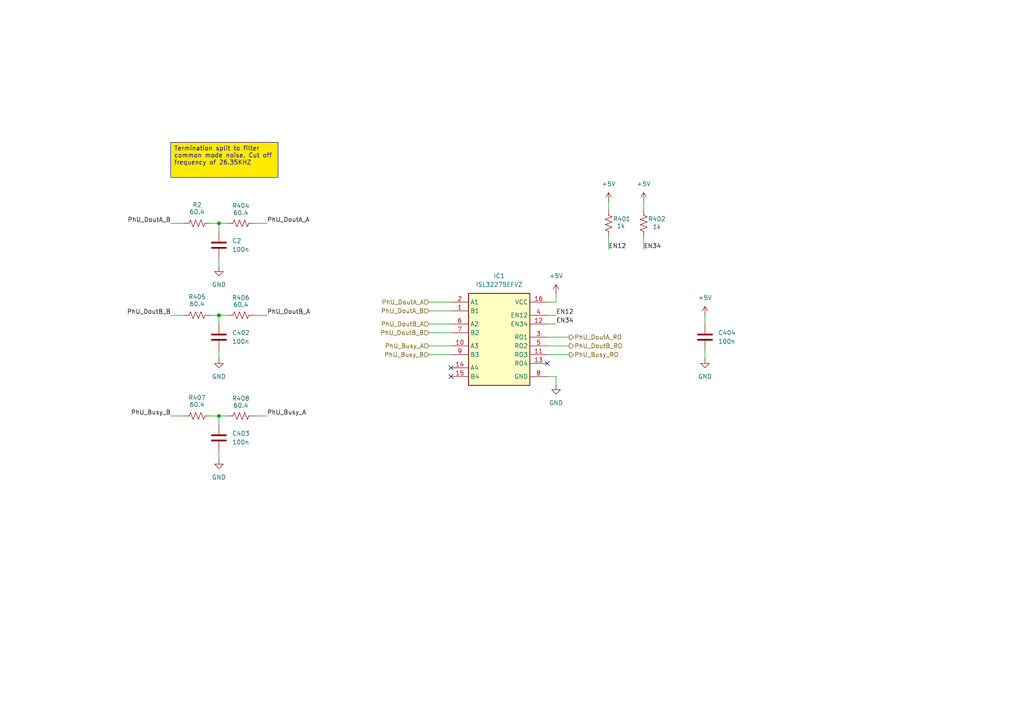
<source format=kicad_sch>
(kicad_sch (version 20250114) (generator "eeschema") (generator_version "9.0")
  (paper "A4")
  (title_block (title "Phase U RS-485 receiver interface ") (date "2025-11-22") (rev "Israel Sother") (company "FST Lisboa ") (comment 1 "Miguel Velo") (comment 2 "RS-485 receiver interface for FST Lisboa inverter FPGA"))
  (lib_symbols
    (symbol "Device:C" (pin_numbers (hide yes)) (pin_names (offset 0.254))
      (property "Reference" "C" (at 0.635 2.54 0))
      (property "Value" "C" (at 0.635 -2.54 0))
      (symbol "C_0_1"
        (polyline (pts (xy -2.032 0.762) (xy 2.032 0.762)) (stroke (width 0.508)))
        (polyline (pts (xy -2.032 -0.762) (xy 2.032 -0.762)) (stroke (width 0.508)))
      )
      (symbol "C_1_1"
        (pin passive line (at 0 3.81 270) (length 2.794) (name "~") (number "1"))
        (pin passive line (at 0 -3.81 90) (length 2.794) (name "~") (number "2"))
      )
    )
    (symbol "Device:R_US" (pin_numbers (hide yes)) (pin_names (offset 0))
      (property "Reference" "R" (at 2.54 0 90))
      (property "Value" "R_US" (at -2.54 0 90))
      (symbol "R_US_0_1"
        (polyline (pts (xy 0 2.286) (xy 0 2.54)))
        (polyline (pts (xy 0 2.286) (xy 1.016 1.905) (xy 0 1.524) (xy -1.016 1.143) (xy 0 0.762)))
        (polyline (pts (xy 0 0.762) (xy 1.016 0.381) (xy 0 0) (xy -1.016 -0.381) (xy 0 -0.762)))
        (polyline (pts (xy 0 -0.762) (xy 1.016 -1.143) (xy 0 -1.524) (xy -1.016 -1.905) (xy 0 -2.286)))
        (polyline (pts (xy 0 -2.286) (xy 0 -2.54)))
      )
      (symbol "R_US_1_1"
        (pin passive line (at 0 3.81 270) (length 1.27) (name "~") (number "1"))
        (pin passive line (at 0 -3.81 90) (length 1.27) (name "~") (number "2"))
      )
    )
    (symbol "Samacsys:ISL32275EFVZ"
      (property "Reference" "IC1" (at 13.97 11.43 0))
      (property "Value" "ISL32275EFVZ" (at 13.97 8.89 0))
      (symbol "ISL32275EFVZ_1_1"
        (rectangle (start 5.08 6.35) (end 22.86 -20.32) (stroke (width 0.254)) (fill (type background)))
        (pin passive line (at 0 3.81 0) (length 5.08) (name "A1") (number "2"))
        (pin passive line (at 0 1.27 0) (length 5.08) (name "B1") (number "1"))
        (pin passive line (at 0 -2.54 0) (length 5.08) (name "A2") (number "6"))
        (pin passive line (at 0 -5.08 0) (length 5.08) (name "B2") (number "7"))
        (pin passive line (at 0 -8.89 0) (length 5.08) (name "A3") (number "10"))
        (pin passive line (at 0 -11.43 0) (length 5.08) (name "B3") (number "9"))
        (pin passive line (at 0 -15.24 0) (length 5.08) (name "A4") (number "14"))
        (pin passive line (at 0 -17.78 0) (length 5.08) (name "B4") (number "15"))
        (pin passive line (at 27.94 3.81 180) (length 5.08) (name "VCC") (number "16"))
        (pin passive line (at 27.94 0 180) (length 5.08) (name "EN12") (number "4"))
        (pin passive line (at 27.94 -2.54 180) (length 5.08) (name "EN34") (number "12"))
        (pin passive line (at 27.94 -6.35 180) (length 5.08) (name "RO1") (number "3"))
        (pin passive line (at 27.94 -8.89 180) (length 5.08) (name "RO2") (number "5"))
        (pin passive line (at 27.94 -11.43 180) (length 5.08) (name "RO3") (number "11"))
        (pin passive line (at 27.94 -13.97 180) (length 5.08) (name "RO4") (number "13"))
        (pin passive line (at 27.94 -17.78 180) (length 5.08) (name "GND") (number "8"))
      )
    )
    (symbol "power:+5V" (power) (pin_numbers (hide yes)) (pin_names (offset 0) (hide yes))
      (property "Value" "+5V" (at 0 3.556 0))
      (symbol "+5V_0_1"
        (polyline (pts (xy -0.762 1.27) (xy 0 2.54)))
        (polyline (pts (xy 0 2.54) (xy 0.762 1.27)))
        (polyline (pts (xy 0 0) (xy 0 2.54)))
      )
      (symbol "+5V_1_1"
        (pin power_in line (at 0 0 90) (length 0) (name "~") (number "1"))
      )
    )
    (symbol "power:GND" (power) (pin_numbers (hide yes)) (pin_names (offset 0) (hide yes))
      (property "Value" "GND" (at 0 -3.81 0))
      (symbol "GND_0_1"
        (polyline (pts (xy 0 0) (xy 0 -1.27) (xy 1.27 -1.27) (xy 0 -2.54) (xy -1.27 -1.27) (xy 0 -1.27)))
      )
      (symbol "GND_1_1"
        (pin power_in line (at 0 0 270) (length 0) (name "~") (number "1"))
      )
    )
  )
  (text_box "Termination split to filter common mode noise. Cut off frequency of 26.35KHZ" (at 49.53 41.275 0) (size 31.115 10.16) (margins 0.9525 0.9525 0.9525 0.9525) (fill (type color) (color 255 234 0 1)) (effects (font (size 1.27 1.27)) (justify left top)))
  (junction (at 63.5 91.44))
  (junction (at 63.5 120.65))
  (junction (at 63.5 64.77))
  (no_connect (at 130.81 109.22))
  (no_connect (at 158.75 105.41))
  (no_connect (at 130.81 106.68))
  (wire (pts (xy 124.46 90.17) (xy 130.81 90.17)))
  (wire (pts (xy 63.5 91.44) (xy 66.04 91.44)))
  (wire (pts (xy 204.47 101.6) (xy 204.47 104.14)))
  (wire (pts (xy 63.5 120.65) (xy 63.5 123.19)))
  (wire (pts (xy 161.29 85.09) (xy 161.29 87.63)))
  (wire (pts (xy 63.5 64.77) (xy 63.5 67.31)))
  (wire (pts (xy 63.5 130.81) (xy 63.5 133.35)))
  (wire (pts (xy 49.53 64.77) (xy 53.34 64.77)))
  (wire (pts (xy 161.29 109.22) (xy 161.29 111.76)))
  (wire (pts (xy 73.66 91.44) (xy 77.47 91.44)))
  (wire (pts (xy 158.75 93.98) (xy 161.29 93.98)))
  (wire (pts (xy 158.75 102.87) (xy 165.1 102.87)))
  (wire (pts (xy 73.66 120.65) (xy 77.47 120.65)))
  (wire (pts (xy 124.46 87.63) (xy 130.81 87.63)))
  (wire (pts (xy 60.96 120.65) (xy 63.5 120.65)))
  (wire (pts (xy 161.29 87.63) (xy 158.75 87.63)))
  (wire (pts (xy 124.46 93.98) (xy 130.81 93.98)))
  (wire (pts (xy 176.53 58.42) (xy 176.53 60.96)))
  (wire (pts (xy 124.46 96.52) (xy 130.81 96.52)))
  (wire (pts (xy 63.5 91.44) (xy 63.5 93.98)))
  (wire (pts (xy 176.53 68.58) (xy 176.53 72.39)))
  (wire (pts (xy 49.53 120.65) (xy 53.34 120.65)))
  (wire (pts (xy 158.75 97.79) (xy 165.1 97.79)))
  (wire (pts (xy 158.75 91.44) (xy 161.29 91.44)))
  (wire (pts (xy 63.5 120.65) (xy 66.04 120.65)))
  (wire (pts (xy 186.69 68.58) (xy 186.69 72.39)))
  (wire (pts (xy 73.66 64.77) (xy 77.47 64.77)))
  (wire (pts (xy 63.5 64.77) (xy 66.04 64.77)))
  (wire (pts (xy 63.5 101.6) (xy 63.5 104.14)))
  (wire (pts (xy 63.5 74.93) (xy 63.5 77.47)))
  (wire (pts (xy 49.53 91.44) (xy 53.34 91.44)))
  (wire (pts (xy 161.29 109.22) (xy 158.75 109.22)))
  (wire (pts (xy 124.46 100.33) (xy 130.81 100.33)))
  (wire (pts (xy 158.75 100.33) (xy 165.1 100.33)))
  (wire (pts (xy 60.96 91.44) (xy 63.5 91.44)))
  (wire (pts (xy 204.47 91.44) (xy 204.47 93.98)))
  (wire (pts (xy 60.96 64.77) (xy 63.5 64.77)))
  (wire (pts (xy 186.69 58.42) (xy 186.69 60.96)))
  (wire (pts (xy 124.46 102.87) (xy 130.81 102.87)))
  (label "PhU_DoutB_A" (at 77.47 91.44 0))
  (label "EN34" (at 161.29 93.98 0))
  (label "EN12" (at 161.29 91.44 0))
  (label "EN34" (at 186.69 72.39 0))
  (label "EN12" (at 176.53 72.39 0))
  (label "PhU_Busy_A" (at 77.47 120.65 0))
  (label "PhU_DoutB_B" (at 49.53 91.44 180))
  (label "PhU_DoutA_B" (at 49.53 64.77 180))
  (label "PhU_DoutA_A" (at 77.47 64.77 0))
  (label "PhU_Busy_B" (at 49.53 120.65 180))
  (hierarchical_label "PhU_DoutA_RO" (shape output) (at 165.1 97.79 0))
  (hierarchical_label "PhU_Busy_RO" (shape output) (at 165.1 102.87 0))
  (hierarchical_label "PhU_DoutB_RO" (shape output) (at 165.1 100.33 0))
  (hierarchical_label "PhU_DoutA_A" (shape input) (at 124.46 87.63 180))
  (hierarchical_label "PhU_Busy_B" (shape input) (at 124.46 102.87 180))
  (hierarchical_label "PhU_DoutA_B" (shape input) (at 124.46 90.17 180))
  (hierarchical_label "PhU_DoutB_B" (shape input) (at 124.46 96.52 180))
  (hierarchical_label "PhU_DoutB_A" (shape input) (at 124.46 93.98 180))
  (hierarchical_label "PhU_Busy_A" (shape input) (at 124.46 100.33 180))
  (symbol (lib_id "Device:R_US") (at 186.69 64.77 180) (unit 1)
    (property "Reference" "R402" (at 190.5 63.5 0))
    (property "Value" "1k" (at 190.5 65.786 0))
    (property "Footprint" "Resistor_SMD:R_0603_1608Metric" (effects (hide yes)))
    (property "Description" "Resistor, US symbol" (effects (hide yes)))
  )
  (symbol (lib_id "Device:R_US") (at 69.85 120.65 90) (unit 1)
    (property "Reference" "R408" (at 69.85 115.57 90))
    (property "Value" "60.4" (at 69.85 117.602 90))
    (property "Footprint" "Resistor_SMD:R_0603_1608Metric" (effects (hide yes)))
    (property "Description" "Resistor, US symbol" (effects (hide yes)))
  )
  (symbol (lib_id "Device:R_US") (at 57.15 91.44 90) (unit 1)
    (property "Reference" "R405" (at 57.15 86.106 90))
    (property "Value" "60.4" (at 57.15 88.138 90))
    (property "Footprint" "Resistor_SMD:R_0603_1608Metric" (effects (hide yes)))
    (property "Description" "Resistor, US symbol" (effects (hide yes)))
  )
  (symbol (lib_id "Device:R_US") (at 57.15 64.77 90) (unit 1)
    (property "Reference" "R2" (at 57.15 59.436 90))
    (property "Value" "60.4" (at 57.15 61.468 90))
    (property "Footprint" "Resistor_SMD:R_0603_1608Metric" (effects (hide yes)))
    (property "Description" "Resistor, US symbol" (effects (hide yes)))
  )
  (symbol (lib_id "Device:C") (at 63.5 97.79 0) (unit 1)
    (property "Reference" "C402" (at 67.31 96.5199 0) (effects (justify left)))
    (property "Value" "100n" (at 67.31 99.0599 0) (effects (justify left)))
    (property "Footprint" "Capacitor_SMD:C_0603_1608Metric" (effects (hide yes)))
    (property "Description" "Unpolarized capacitor" (effects (hide yes)))
  )
  (symbol (lib_id "power:+5V") (at 161.29 85.09 0) (unit 1)
    (property "Reference" "#PWR04" (effects (hide yes)))
    (property "Value" "+5V" (at 161.29 80.01 0))
    (property "Description" "Power symbol creates a global label with name \"+5V\"" (effects (hide yes)))
  )
  (symbol (lib_id "Device:R_US") (at 57.15 120.65 90) (unit 1)
    (property "Reference" "R407" (at 57.15 115.316 90))
    (property "Value" "60.4" (at 57.15 117.348 90))
    (property "Footprint" "Resistor_SMD:R_0603_1608Metric" (effects (hide yes)))
    (property "Description" "Resistor, US symbol" (effects (hide yes)))
  )
  (symbol (lib_id "power:+5V") (at 204.47 91.44 0) (unit 1)
    (property "Reference" "#PWR08" (effects (hide yes)))
    (property "Value" "+5V" (at 204.47 86.36 0))
    (property "Description" "Power symbol creates a global label with name \"+5V\"" (effects (hide yes)))
  )
  (symbol (lib_id "power:GND") (at 161.29 111.76 0) (unit 1)
    (property "Reference" "#PWR01" (effects (hide yes)))
    (property "Value" "GND" (at 161.29 116.84 0))
    (property "Description" "Power symbol creates a global label with name \"GND\" , ground" (effects (hide yes)))
  )
  (symbol (lib_id "Device:R_US") (at 69.85 91.44 90) (unit 1)
    (property "Reference" "R406" (at 69.85 86.36 90))
    (property "Value" "60.4" (at 69.85 88.392 90))
    (property "Footprint" "Resistor_SMD:R_0603_1608Metric" (effects (hide yes)))
    (property "Description" "Resistor, US symbol" (effects (hide yes)))
  )
  (symbol (lib_id "power:GND") (at 63.5 104.14 0) (unit 1)
    (property "Reference" "#PWR06" (effects (hide yes)))
    (property "Value" "GND" (at 63.5 109.22 0))
    (property "Description" "Power symbol creates a global label with name \"GND\" , ground" (effects (hide yes)))
  )
  (symbol (lib_id "Device:R_US") (at 176.53 64.77 180) (unit 1)
    (property "Reference" "R401" (at 180.34 63.5 0))
    (property "Value" "1k" (at 180.086 65.532 0))
    (property "Footprint" "Resistor_SMD:R_0603_1608Metric" (effects (hide yes)))
    (property "Description" "Resistor, US symbol" (effects (hide yes)))
  )
  (symbol (lib_id "power:GND") (at 63.5 77.47 0) (unit 1)
    (property "Reference" "#PWR05" (effects (hide yes)))
    (property "Value" "GND" (at 63.5 82.55 0))
    (property "Description" "Power symbol creates a global label with name \"GND\" , ground" (effects (hide yes)))
  )
  (symbol (lib_id "Device:C") (at 63.5 71.12 0) (unit 1)
    (property "Reference" "C2" (at 67.31 69.8499 0) (effects (justify left)))
    (property "Value" "100n" (at 67.31 72.3899 0) (effects (justify left)))
    (property "Footprint" "Capacitor_SMD:C_0603_1608Metric" (effects (hide yes)))
    (property "Description" "Unpolarized capacitor" (effects (hide yes)))
  )
  (symbol (lib_id "power:GND") (at 63.5 133.35 0) (unit 1)
    (property "Reference" "#PWR07" (effects (hide yes)))
    (property "Value" "GND" (at 63.5 138.43 0))
    (property "Description" "Power symbol creates a global label with name \"GND\" , ground" (effects (hide yes)))
  )
  (symbol (lib_id "power:+5V") (at 176.53 58.42 0) (unit 1)
    (property "Reference" "#PWR02" (effects (hide yes)))
    (property "Value" "+5V" (at 176.53 53.34 0))
    (property "Description" "Power symbol creates a global label with name \"+5V\"" (effects (hide yes)))
  )
  (symbol (lib_id "power:GND") (at 204.47 104.14 0) (unit 1)
    (property "Reference" "#PWR09" (effects (hide yes)))
    (property "Value" "GND" (at 204.47 109.22 0))
    (property "Description" "Power symbol creates a global label with name \"GND\" , ground" (effects (hide yes)))
  )
  (symbol (lib_id "Device:R_US") (at 69.85 64.77 90) (unit 1)
    (property "Reference" "R404" (at 69.85 59.69 90))
    (property "Value" "60.4" (at 69.85 61.722 90))
    (property "Footprint" "Resistor_SMD:R_0603_1608Metric" (effects (hide yes)))
    (property "Description" "Resistor, US symbol" (effects (hide yes)))
  )
  (symbol (lib_id "Device:C") (at 63.5 127 0) (unit 1)
    (property "Reference" "C403" (at 67.31 125.7299 0) (effects (justify left)))
    (property "Value" "100n" (at 67.31 128.2699 0) (effects (justify left)))
    (property "Footprint" "Capacitor_SMD:C_0603_1608Metric" (effects (hide yes)))
    (property "Description" "Unpolarized capacitor" (effects (hide yes)))
  )
  (symbol (lib_id "Device:C") (at 204.47 97.79 0) (unit 1)
    (property "Reference" "C404" (at 208.28 96.5199 0) (effects (justify left)))
    (property "Value" "100n" (at 208.28 99.0599 0) (effects (justify left)))
    (property "Footprint" "Capacitor_SMD:C_0603_1608Metric" (effects (hide yes)))
    (property "Description" "Unpolarized capacitor" (effects (hide yes)))
  )
  (symbol (lib_id "Samacsys:ISL32275EFVZ") (at 130.81 91.44 0) (unit 1)
    (property "Reference" "IC1" (at 144.78 80.01 0))
    (property "Value" "ISL32275EFVZ" (at 144.78 82.55 0))
    (property "Footprint" "Samacsys:SOP65P640X120-16N" (effects (hide yes)))
    (property "Datasheet" "https://www.renesas.com/en-us/www/doc/datasheet/isl32173e-177e-273e-275e-277e.pdf" (effects (hide yes)))
    (property "Description" "These Renesas devices are +/-16. 5kV IEC61000-4-2 ESD protected, 3. 0V to 5. 5V powered, quad receivers for balanced communication using the RS-485 and RS-422 standards. Each receiver has low input currents (+/-200uA), so it presents a 1/4 unit load to the RS-485 bus and allows up to 128 receivers on the bus. The ISL32173E and ISL32177E are high data rate receivers that operate at data rates up to 80Mbps. Their 8ns maximum propagation delay skew (tolerance) ensures excellent part-to-part matching. The ISL32273E" (effects (hide yes)))
    (property "Height" "1.2" (effects (hide yes)))
    (property "Mouser Part Number" "968-ISL32275EFVZ" (effects (hide yes)))
    (property "Mouser Price/Stock" "https://www.mouser.co.uk/ProductDetail/Renesas-Intersil/ISL32275EFVZ?qs=9fLuogzTs8KcTuMU1oXkEg%3D%3D" (effects (hide yes)))
    (property "Manufacturer_Name" "Renesas Electronics" (effects (hide yes)))
    (property "Manufacturer_Part_Number" "ISL32275EFVZ" (effects (hide yes)))
  )
  (symbol (lib_id "power:+5V") (at 186.69 58.42 0) (unit 1)
    (property "Reference" "#PWR03" (effects (hide yes)))
    (property "Value" "+5V" (at 186.69 53.34 0))
    (property "Description" "Power symbol creates a global label with name \"+5V\"" (effects (hide yes)))
  )
)
</source>
